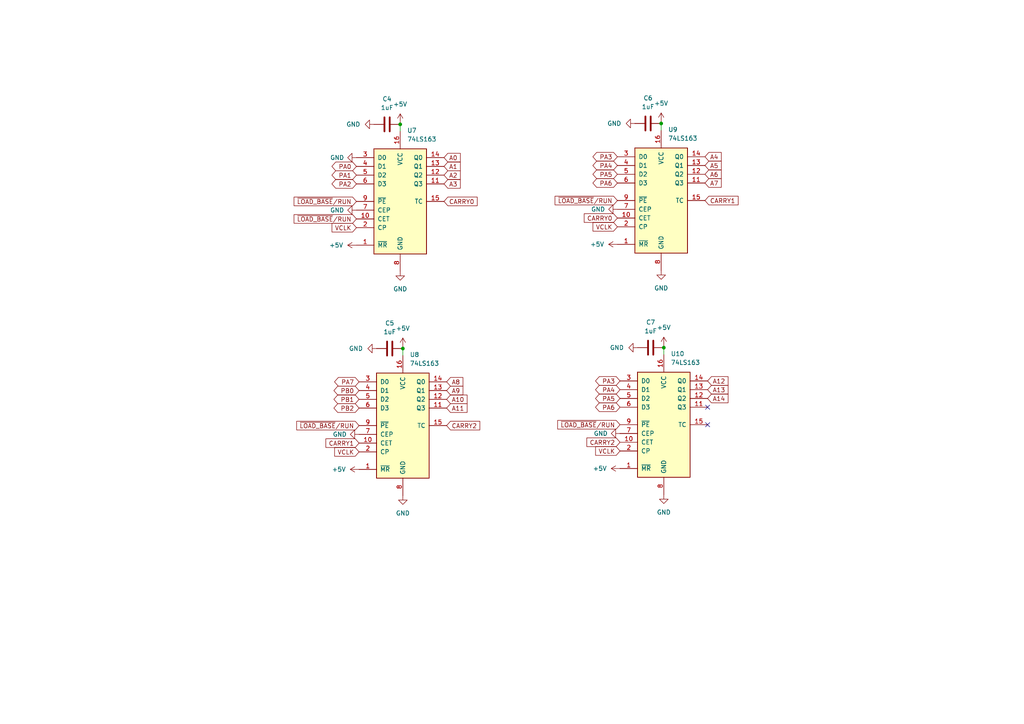
<source format=kicad_sch>
(kicad_sch (version 20211123) (generator eeschema)
  (paper "A4")
  (lib_symbols
    (symbol "74xx:74LS163" (pin_names (offset 1.016))
      (property "Reference" "U" (at -7.62 16.51 0))
      (property "Value" "74LS163" (at -7.62 -16.51 0))
      (symbol "74LS163_1_0"
        (pin input line (at -12.7 -12.7 0) (length 5.08) (name "~{MR}") (number "1"))
        (pin input line (at -12.7 -5.08 0) (length 5.08) (name "CET") (number "10"))
        (pin output line (at 12.7 5.08 180) (length 5.08) (name "Q3") (number "11"))
        (pin output line (at 12.7 7.62 180) (length 5.08) (name "Q2") (number "12"))
        (pin output line (at 12.7 10.16 180) (length 5.08) (name "Q1") (number "13"))
        (pin output line (at 12.7 12.7 180) (length 5.08) (name "Q0") (number "14"))
        (pin output line (at 12.7 0 180) (length 5.08) (name "TC") (number "15"))
        (pin power_in line (at 0 20.32 270) (length 5.08) (name "VCC") (number "16"))
        (pin input line (at -12.7 -7.62 0) (length 5.08) (name "CP") (number "2"))
        (pin input line (at -12.7 12.7 0) (length 5.08) (name "D0") (number "3"))
        (pin input line (at -12.7 10.16 0) (length 5.08) (name "D1") (number "4"))
        (pin input line (at -12.7 7.62 0) (length 5.08) (name "D2") (number "5"))
        (pin input line (at -12.7 5.08 0) (length 5.08) (name "D3") (number "6"))
        (pin input line (at -12.7 -2.54 0) (length 5.08) (name "CEP") (number "7"))
        (pin power_in line (at 0 -20.32 90) (length 5.08) (name "GND") (number "8"))
        (pin input line (at -12.7 0 0) (length 5.08) (name "~{PE}") (number "9"))
      )
      (symbol "74LS163_1_1"
        (rectangle (start -7.62 15.24) (end 7.62 -15.24) (stroke (width 0.254)) (fill (type background)))
      )
    )
    (symbol "Device:C" (pin_numbers hide) (pin_names (offset 0.254))
      (property "Reference" "C" (at 0.635 2.54 0))
      (property "Value" "C" (at 0.635 -2.54 0))
      (symbol "C_0_1"
        (polyline (pts (xy -2.032 -0.762) (xy 2.032 -0.762)) (stroke (width 0.508)))
        (polyline (pts (xy -2.032 0.762) (xy 2.032 0.762)) (stroke (width 0.508)))
      )
      (symbol "C_1_1"
        (pin passive line (at 0 3.81 270) (length 2.794) (name "~") (number "1"))
        (pin passive line (at 0 -3.81 90) (length 2.794) (name "~") (number "2"))
      )
    )
    (symbol "power:+5V" (power) (pin_names (offset 0))
      (property "Value" "+5V" (at 0 3.556 0))
      (symbol "+5V_0_1"
        (polyline (pts (xy -0.762 1.27) (xy 0 2.54)))
        (polyline (pts (xy 0 0) (xy 0 2.54)))
        (polyline (pts (xy 0 2.54) (xy 0.762 1.27)))
      )
      (symbol "+5V_1_1"
        (pin power_in line (at 0 0 90) (length 0) hide (name "+5V") (number "1"))
      )
    )
    (symbol "power:GND" (power) (pin_names (offset 0))
      (property "Value" "GND" (at 0 -3.81 0))
      (symbol "GND_0_1"
        (polyline (pts (xy 0 0) (xy 0 -1.27) (xy 1.27 -1.27) (xy 0 -2.54) (xy -1.27 -1.27) (xy 0 -1.27)))
      )
      (symbol "GND_1_1"
        (pin power_in line (at 0 0 270) (length 0) hide (name "GND") (number "1"))
      )
    )
  )
  (junction (at 191.77 35.814))
  (junction (at 116.84 101.092))
  (junction (at 192.532 100.838))
  (junction (at 116.078 36.068))
  (no_connect (at 205.232 118.11))
  (no_connect (at 205.232 123.19))
  (wire (pts (xy 191.77 35.306) (xy 191.77 35.814)))
  (wire (pts (xy 116.84 101.092) (xy 116.84 103.124)))
  (wire (pts (xy 191.77 35.814) (xy 191.77 37.846)))
  (wire (pts (xy 116.84 100.584) (xy 116.84 101.092)))
  (wire (pts (xy 192.532 100.838) (xy 192.532 102.87)))
  (wire (pts (xy 192.532 100.33) (xy 192.532 100.838)))
  (wire (pts (xy 116.078 35.56) (xy 116.078 36.068)))
  (wire (pts (xy 116.078 36.068) (xy 116.078 38.1)))
  (global_label "A2" (shape input) (at 128.778 50.8 0) (property "Intersheet References" "${INTERSHEET_REFS}" (effects hide)))
  (global_label "A5" (shape input) (at 204.47 48.006 0) (property "Intersheet References" "${INTERSHEET_REFS}" (effects hide)))
  (global_label "PB1" (shape bidirectional) (at 104.14 115.824 180) (property "Intersheet References" "${INTERSHEET_REFS}" (effects hide)))
  (global_label "PA3" (shape bidirectional) (at 179.07 45.466 180) (property "Intersheet References" "${INTERSHEET_REFS}" (effects hide)))
  (global_label "CARRY0" (shape input) (at 128.778 58.42 0) (property "Intersheet References" "${INTERSHEET_REFS}" (effects hide)))
  (global_label "PB2" (shape bidirectional) (at 104.14 118.364 180) (property "Intersheet References" "${INTERSHEET_REFS}" (effects hide)))
  (global_label "~{LOAD_BASE}{slash}RUN" (shape input) (at 103.378 58.42 180) (property "Intersheet References" "${INTERSHEET_REFS}" (effects hide)))
  (global_label "A3" (shape input) (at 128.778 53.34 0) (property "Intersheet References" "${INTERSHEET_REFS}" (effects hide)))
  (global_label "~{LOAD_BASE}{slash}RUN" (shape input) (at 179.07 58.166 180) (property "Intersheet References" "${INTERSHEET_REFS}" (effects hide)))
  (global_label "~{LOAD_BASE}{slash}RUN" (shape input) (at 103.378 63.5 180) (property "Intersheet References" "${INTERSHEET_REFS}" (effects hide)))
  (global_label "VCLK" (shape input) (at 179.07 65.786 180) (property "Intersheet References" "${INTERSHEET_REFS}" (effects hide)))
  (global_label "PA4" (shape bidirectional) (at 179.07 48.006 180) (property "Intersheet References" "${INTERSHEET_REFS}" (effects hide)))
  (global_label "A6" (shape input) (at 204.47 50.546 0) (property "Intersheet References" "${INTERSHEET_REFS}" (effects hide)))
  (global_label "A9" (shape input) (at 129.54 113.284 0) (property "Intersheet References" "${INTERSHEET_REFS}" (effects hide)))
  (global_label "CARRY1" (shape input) (at 204.47 58.166 0) (property "Intersheet References" "${INTERSHEET_REFS}" (effects hide)))
  (global_label "PB0" (shape bidirectional) (at 104.14 113.284 180) (property "Intersheet References" "${INTERSHEET_REFS}" (effects hide)))
  (global_label "A0" (shape input) (at 128.778 45.72 0) (property "Intersheet References" "${INTERSHEET_REFS}" (effects hide)))
  (global_label "PA3" (shape bidirectional) (at 179.832 110.49 180) (property "Intersheet References" "${INTERSHEET_REFS}" (effects hide)))
  (global_label "CARRY2" (shape input) (at 179.832 128.27 180) (property "Intersheet References" "${INTERSHEET_REFS}" (effects hide)))
  (global_label "~{LOAD_BASE}{slash}RUN" (shape input) (at 179.832 123.19 180) (property "Intersheet References" "${INTERSHEET_REFS}" (effects hide)))
  (global_label "A7" (shape input) (at 204.47 53.086 0) (property "Intersheet References" "${INTERSHEET_REFS}" (effects hide)))
  (global_label "PA4" (shape bidirectional) (at 179.832 113.03 180) (property "Intersheet References" "${INTERSHEET_REFS}" (effects hide)))
  (global_label "A10" (shape input) (at 129.54 115.824 0) (property "Intersheet References" "${INTERSHEET_REFS}" (effects hide)))
  (global_label "VCLK" (shape input) (at 179.832 130.81 180) (property "Intersheet References" "${INTERSHEET_REFS}" (effects hide)))
  (global_label "PA5" (shape bidirectional) (at 179.832 115.57 180) (property "Intersheet References" "${INTERSHEET_REFS}" (effects hide)))
  (global_label "A13" (shape input) (at 205.232 113.03 0) (property "Intersheet References" "${INTERSHEET_REFS}" (effects hide)))
  (global_label "~{LOAD_BASE}{slash}RUN" (shape input) (at 104.14 123.444 180) (property "Intersheet References" "${INTERSHEET_REFS}" (effects hide)))
  (global_label "PA7" (shape bidirectional) (at 104.14 110.744 180) (property "Intersheet References" "${INTERSHEET_REFS}" (effects hide)))
  (global_label "A4" (shape input) (at 204.47 45.466 0) (property "Intersheet References" "${INTERSHEET_REFS}" (effects hide)))
  (global_label "PA6" (shape bidirectional) (at 179.07 53.086 180) (property "Intersheet References" "${INTERSHEET_REFS}" (effects hide)))
  (global_label "A8" (shape input) (at 129.54 110.744 0) (property "Intersheet References" "${INTERSHEET_REFS}" (effects hide)))
  (global_label "CARRY1" (shape input) (at 104.14 128.524 180) (property "Intersheet References" "${INTERSHEET_REFS}" (effects hide)))
  (global_label "PA2" (shape bidirectional) (at 103.378 53.34 180) (property "Intersheet References" "${INTERSHEET_REFS}" (effects hide)))
  (global_label "PA1" (shape bidirectional) (at 103.378 50.8 180) (property "Intersheet References" "${INTERSHEET_REFS}" (effects hide)))
  (global_label "PA0" (shape bidirectional) (at 103.378 48.26 180) (property "Intersheet References" "${INTERSHEET_REFS}" (effects hide)))
  (global_label "PA5" (shape bidirectional) (at 179.07 50.546 180) (property "Intersheet References" "${INTERSHEET_REFS}" (effects hide)))
  (global_label "A11" (shape input) (at 129.54 118.364 0) (property "Intersheet References" "${INTERSHEET_REFS}" (effects hide)))
  (global_label "A12" (shape input) (at 205.232 110.49 0) (property "Intersheet References" "${INTERSHEET_REFS}" (effects hide)))
  (global_label "A14" (shape input) (at 205.232 115.57 0) (property "Intersheet References" "${INTERSHEET_REFS}" (effects hide)))
  (global_label "A1" (shape input) (at 128.778 48.26 0) (property "Intersheet References" "${INTERSHEET_REFS}" (effects hide)))
  (global_label "CARRY2" (shape input) (at 129.54 123.444 0) (property "Intersheet References" "${INTERSHEET_REFS}" (effects hide)))
  (global_label "PA6" (shape bidirectional) (at 179.832 118.11 180) (property "Intersheet References" "${INTERSHEET_REFS}" (effects hide)))
  (global_label "CARRY0" (shape input) (at 179.07 63.246 180) (property "Intersheet References" "${INTERSHEET_REFS}" (effects hide)))
  (global_label "VCLK" (shape input) (at 103.378 66.04 180) (property "Intersheet References" "${INTERSHEET_REFS}" (effects hide)))
  (global_label "VCLK" (shape input) (at 104.14 131.064 180) (property "Intersheet References" "${INTERSHEET_REFS}" (effects hide)))
  (symbol (lib_id "power:GND") (at 184.15 35.814 270) (unit 1)
    (property "Reference" "#PWR0122" (effects hide))
    (property "Value" "GND" (at 180.213 35.8139 90) (effects (justify right)))
  )
  (symbol (lib_id "Device:C") (at 113.03 101.092 270) (unit 1)
    (property "Reference" "C5" (at 113.03 93.726 90))
    (property "Value" "1uF" (at 113.03 96.266 90))
    (property "Footprint" "Capacitor_SMD:C_0805_2012Metric" (effects hide))
  )
  (symbol (lib_id "power:GND") (at 116.078 78.74 0) (unit 1)
    (property "Reference" "#PWR0118" (effects hide))
    (property "Value" "GND" (at 116.078 83.82 0))
  )
  (symbol (lib_id "power:GND") (at 109.22 101.092 270) (unit 1)
    (property "Reference" "#PWR0130" (effects hide))
    (property "Value" "GND" (at 105.283 101.0919 90) (effects (justify right)))
  )
  (symbol (lib_id "Device:C") (at 187.96 35.814 270) (unit 1)
    (property "Reference" "C6" (at 187.96 28.448 90))
    (property "Value" "1uF" (at 187.96 30.988 90))
    (property "Footprint" "Capacitor_SMD:C_0805_2012Metric" (effects hide))
  )
  (symbol (lib_id "power:GND") (at 184.912 100.838 270) (unit 1)
    (property "Reference" "#PWR0127" (effects hide))
    (property "Value" "GND" (at 180.975 100.8379 90) (effects (justify right)))
  )
  (symbol (lib_id "power:GND") (at 192.532 143.51 0) (unit 1)
    (property "Reference" "#PWR0126" (effects hide))
    (property "Value" "GND" (at 192.532 148.59 0))
  )
  (symbol (lib_id "power:GND") (at 108.458 36.068 270) (unit 1)
    (property "Reference" "#PWR0116" (effects hide))
    (property "Value" "GND" (at 104.521 36.0679 90) (effects (justify right)))
  )
  (symbol (lib_id "power:GND") (at 104.14 125.984 270) (unit 1)
    (property "Reference" "#PWR0133" (effects hide))
    (property "Value" "GND" (at 100.584 125.9839 90) (effects (justify right)))
  )
  (symbol (lib_id "power:+5V") (at 179.07 70.866 90) (unit 1)
    (property "Reference" "#PWR0121" (effects hide))
    (property "Value" "+5V" (at 175.26 70.8659 90) (effects (justify left)))
  )
  (symbol (lib_id "power:+5V") (at 116.078 35.56 0) (unit 1)
    (property "Reference" "#PWR0117" (effects hide))
    (property "Value" "+5V" (at 116.078 30.226 0))
  )
  (symbol (lib_id "74xx:74LS163") (at 192.532 123.19 0) (unit 1)
    (property "Reference" "U10" (at 194.5514 102.616 0) (effects (justify left)))
    (property "Value" "74LS163" (at 194.5514 105.156 0) (effects (justify left)))
    (property "Footprint" "Package_SO:SO-16_3.9x9.9mm_P1.27mm" (effects hide))
    (property "Datasheet" "http://www.ti.com/lit/gpn/sn74LS163" (effects hide))
  )
  (symbol (lib_id "power:GND") (at 191.77 78.486 0) (unit 1)
    (property "Reference" "#PWR0119" (effects hide))
    (property "Value" "GND" (at 191.77 83.566 0))
  )
  (symbol (lib_id "power:GND") (at 103.378 60.96 270) (unit 1)
    (property "Reference" "#PWR0113" (effects hide))
    (property "Value" "GND" (at 99.822 60.9599 90) (effects (justify right)))
  )
  (symbol (lib_id "74xx:74LS163") (at 116.84 123.444 0) (unit 1)
    (property "Reference" "U8" (at 118.8594 102.87 0) (effects (justify left)))
    (property "Value" "74LS163" (at 118.8594 105.41 0) (effects (justify left)))
    (property "Footprint" "Package_SO:SO-16_3.9x9.9mm_P1.27mm" (effects hide))
    (property "Datasheet" "http://www.ti.com/lit/gpn/sn74LS163" (effects hide))
  )
  (symbol (lib_id "Device:C") (at 112.268 36.068 270) (unit 1)
    (property "Reference" "C4" (at 112.268 28.702 90))
    (property "Value" "1uF" (at 112.268 31.242 90))
    (property "Footprint" "Capacitor_SMD:C_0805_2012Metric" (effects hide))
  )
  (symbol (lib_id "power:+5V") (at 179.832 135.89 90) (unit 1)
    (property "Reference" "#PWR0124" (effects hide))
    (property "Value" "+5V" (at 176.022 135.8899 90) (effects (justify left)))
  )
  (symbol (lib_id "power:GND") (at 116.84 143.764 0) (unit 1)
    (property "Reference" "#PWR0129" (effects hide))
    (property "Value" "GND" (at 116.84 148.844 0))
  )
  (symbol (lib_id "74xx:74LS163") (at 191.77 58.166 0) (unit 1)
    (property "Reference" "U9" (at 193.7894 37.592 0) (effects (justify left)))
    (property "Value" "74LS163" (at 193.7894 40.132 0) (effects (justify left)))
    (property "Footprint" "Package_SO:SO-16_3.9x9.9mm_P1.27mm" (effects hide))
    (property "Datasheet" "http://www.ti.com/lit/gpn/sn74LS163" (effects hide))
  )
  (symbol (lib_id "power:GND") (at 179.07 60.706 270) (unit 1)
    (property "Reference" "#PWR0120" (effects hide))
    (property "Value" "GND" (at 175.514 60.7059 90) (effects (justify right)))
  )
  (symbol (lib_id "Device:C") (at 188.722 100.838 270) (unit 1)
    (property "Reference" "C7" (at 188.722 93.472 90))
    (property "Value" "1uF" (at 188.722 96.012 90))
    (property "Footprint" "Capacitor_SMD:C_0805_2012Metric" (effects hide))
  )
  (symbol (lib_id "power:GND") (at 103.378 45.72 270) (unit 1)
    (property "Reference" "#PWR0115" (effects hide))
    (property "Value" "GND" (at 99.822 45.7199 90) (effects (justify right)))
  )
  (symbol (lib_id "power:+5V") (at 103.378 71.12 90) (unit 1)
    (property "Reference" "#PWR0114" (effects hide))
    (property "Value" "+5V" (at 99.568 71.1199 90) (effects (justify left)))
  )
  (symbol (lib_id "power:GND") (at 179.832 125.73 270) (unit 1)
    (property "Reference" "#PWR0125" (effects hide))
    (property "Value" "GND" (at 176.276 125.7299 90) (effects (justify right)))
  )
  (symbol (lib_id "power:+5V") (at 192.532 100.33 0) (unit 1)
    (property "Reference" "#PWR0128" (effects hide))
    (property "Value" "+5V" (at 192.532 94.996 0))
  )
  (symbol (lib_id "74xx:74LS163") (at 116.078 58.42 0) (unit 1)
    (property "Reference" "U7" (at 118.0974 37.846 0) (effects (justify left)))
    (property "Value" "74LS163" (at 118.0974 40.386 0) (effects (justify left)))
    (property "Footprint" "Package_SO:SO-16_3.9x9.9mm_P1.27mm" (effects hide))
    (property "Datasheet" "http://www.ti.com/lit/gpn/sn74LS163" (effects hide))
  )
  (symbol (lib_id "power:+5V") (at 116.84 100.584 0) (unit 1)
    (property "Reference" "#PWR0131" (effects hide))
    (property "Value" "+5V" (at 116.84 95.25 0))
  )
  (symbol (lib_id "power:+5V") (at 104.14 136.144 90) (unit 1)
    (property "Reference" "#PWR0132" (effects hide))
    (property "Value" "+5V" (at 100.33 136.1439 90) (effects (justify left)))
  )
  (symbol (lib_id "power:+5V") (at 191.77 35.306 0) (unit 1)
    (property "Reference" "#PWR0123" (effects hide))
    (property "Value" "+5V" (at 191.77 29.972 0))
  )
)
</source>
